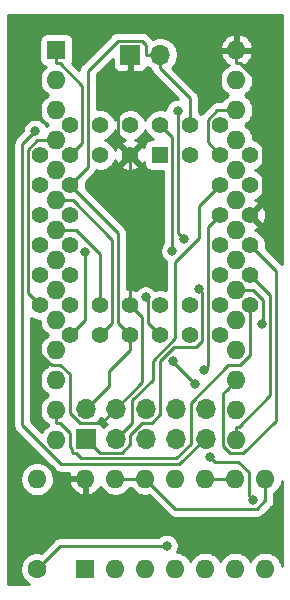
<source format=gtl>
G04 #@! TF.GenerationSoftware,KiCad,Pcbnew,(5.1.9)-1*
G04 #@! TF.CreationDate,2023-07-11T19:38:37+01:00*
G04 #@! TF.ProjectId,ezPLA,657a504c-412e-46b6-9963-61645f706362,v2.0*
G04 #@! TF.SameCoordinates,Original*
G04 #@! TF.FileFunction,Copper,L1,Top*
G04 #@! TF.FilePolarity,Positive*
%FSLAX46Y46*%
G04 Gerber Fmt 4.6, Leading zero omitted, Abs format (unit mm)*
G04 Created by KiCad (PCBNEW (5.1.9)-1) date 2023-07-11 19:38:37*
%MOMM*%
%LPD*%
G01*
G04 APERTURE LIST*
G04 #@! TA.AperFunction,ComponentPad*
%ADD10O,1.600000X1.600000*%
G04 #@! TD*
G04 #@! TA.AperFunction,ComponentPad*
%ADD11R,1.600000X1.600000*%
G04 #@! TD*
G04 #@! TA.AperFunction,ComponentPad*
%ADD12O,1.700000X1.700000*%
G04 #@! TD*
G04 #@! TA.AperFunction,ComponentPad*
%ADD13R,1.700000X1.700000*%
G04 #@! TD*
G04 #@! TA.AperFunction,ComponentPad*
%ADD14C,1.422400*%
G04 #@! TD*
G04 #@! TA.AperFunction,ComponentPad*
%ADD15R,1.422400X1.422400*%
G04 #@! TD*
G04 #@! TA.AperFunction,ComponentPad*
%ADD16C,1.600000*%
G04 #@! TD*
G04 #@! TA.AperFunction,ViaPad*
%ADD17C,0.800000*%
G04 #@! TD*
G04 #@! TA.AperFunction,Conductor*
%ADD18C,0.250000*%
G04 #@! TD*
G04 #@! TA.AperFunction,Conductor*
%ADD19C,0.254000*%
G04 #@! TD*
G04 #@! TA.AperFunction,Conductor*
%ADD20C,0.100000*%
G04 #@! TD*
G04 APERTURE END LIST*
D10*
X155467600Y-102617000D03*
X140227600Y-135637000D03*
X155467600Y-105157000D03*
X140227600Y-133097000D03*
X155467600Y-107697000D03*
X140227600Y-130557000D03*
X155467600Y-110237000D03*
X140227600Y-128017000D03*
X155467600Y-112777000D03*
X140227600Y-125477000D03*
X155467600Y-115317000D03*
X140227600Y-122937000D03*
X155467600Y-117857000D03*
X140227600Y-120397000D03*
X155467600Y-120397000D03*
X140227600Y-117857000D03*
X155467600Y-122937000D03*
X140227600Y-115317000D03*
X155467600Y-125477000D03*
X140227600Y-112777000D03*
X155467600Y-128017000D03*
X140227600Y-110237000D03*
X155467600Y-130557000D03*
X140227600Y-107697000D03*
X155467600Y-133097000D03*
X140227600Y-105157000D03*
X155467600Y-135637000D03*
D11*
X140227600Y-102617000D03*
D12*
X149000000Y-103000000D03*
D13*
X146460000Y-103000000D03*
D14*
X156620000Y-111500000D03*
X156620000Y-114040000D03*
X156620000Y-116580000D03*
X156620000Y-119120000D03*
X156620000Y-121660000D03*
X154080000Y-108960000D03*
X154080000Y-114040000D03*
X154080000Y-116580000D03*
X154080000Y-119120000D03*
X154080000Y-121660000D03*
X154080000Y-124200000D03*
X154080000Y-126740000D03*
X151540000Y-126740000D03*
X149000000Y-126740000D03*
X146460000Y-126740000D03*
X143920000Y-126740000D03*
X141380000Y-126740000D03*
X156620000Y-124200000D03*
X151540000Y-124200000D03*
X149000000Y-124200000D03*
X146460000Y-124200000D03*
X143920000Y-124200000D03*
X141380000Y-124200000D03*
X138840000Y-124200000D03*
X138840000Y-121660000D03*
X138840000Y-119120000D03*
X138840000Y-116580000D03*
X138840000Y-114040000D03*
X138840000Y-111500000D03*
X141380000Y-121660000D03*
X141380000Y-119120000D03*
X141380000Y-116580000D03*
X141380000Y-114040000D03*
X141380000Y-111500000D03*
X151540000Y-108960000D03*
X149000000Y-108960000D03*
X141380000Y-108960000D03*
X143920000Y-108960000D03*
X146460000Y-108960000D03*
X154080000Y-111500000D03*
X151540000Y-111500000D03*
X143920000Y-111500000D03*
X146460000Y-111500000D03*
D15*
X149000000Y-111500000D03*
D13*
X142710000Y-135540000D03*
D12*
X142710000Y-133000000D03*
X145250000Y-135540000D03*
X145250000Y-133000000D03*
X147790000Y-135540000D03*
X147790000Y-133000000D03*
X150330000Y-135540000D03*
X150330000Y-133000000D03*
X152870000Y-135540000D03*
X152870000Y-133000000D03*
D16*
X138575000Y-146575000D03*
D10*
X138575000Y-138955000D03*
D11*
X142675000Y-146525000D03*
D10*
X157915000Y-138905000D03*
X145215000Y-146525000D03*
X155375000Y-138905000D03*
X147755000Y-146525000D03*
X152835000Y-138905000D03*
X150295000Y-146525000D03*
X150295000Y-138905000D03*
X152835000Y-146525000D03*
X147755000Y-138905000D03*
X155375000Y-146525000D03*
X145215000Y-138905000D03*
X157915000Y-146525000D03*
X142675000Y-138905000D03*
D17*
X151975000Y-130925000D03*
X150075000Y-128925000D03*
X153250000Y-137054975D03*
X156899845Y-140724835D03*
X138426800Y-126523700D03*
X138428300Y-109478500D03*
X152293200Y-122882000D03*
X147781700Y-123557800D03*
X150036600Y-119628000D03*
X157609100Y-125800400D03*
X142650000Y-119740500D03*
X152725000Y-129675000D03*
X150487100Y-107774200D03*
X151002700Y-118617400D03*
X149550000Y-144600000D03*
D18*
X149000000Y-103000000D02*
X149000000Y-104175300D01*
X151540000Y-108960000D02*
X151540000Y-106715300D01*
X151540000Y-106715300D02*
X149000000Y-104175300D01*
X141380000Y-114040000D02*
X145415300Y-118075300D01*
X145415300Y-118075300D02*
X145415300Y-125695300D01*
X145415300Y-125695300D02*
X146460000Y-126740000D01*
X147824700Y-103000000D02*
X147824700Y-102192000D01*
X147824700Y-102192000D02*
X147457300Y-101824600D01*
X147457300Y-101824600D02*
X145417500Y-101824600D01*
X145417500Y-101824600D02*
X142873500Y-104368600D01*
X142873500Y-104368600D02*
X142873500Y-112546500D01*
X142873500Y-112546500D02*
X141380000Y-114040000D01*
X149000000Y-103000000D02*
X147824700Y-103000000D01*
X146460000Y-128040000D02*
X146460000Y-126740000D01*
X144675000Y-129825000D02*
X146460000Y-128040000D01*
X144675000Y-131035000D02*
X144675000Y-129825000D01*
X142710000Y-133000000D02*
X144675000Y-131035000D01*
X151975000Y-130925000D02*
X150075000Y-129025000D01*
X150075000Y-129025000D02*
X150075000Y-128925000D01*
X153649999Y-137454974D02*
X155589976Y-137454974D01*
X155589976Y-137454974D02*
X156500001Y-138364999D01*
X153250000Y-137054975D02*
X153649999Y-137454974D01*
X156500001Y-138364999D02*
X156500001Y-140324991D01*
X156500001Y-140324991D02*
X156899845Y-140724835D01*
X145250000Y-133000000D02*
X144033100Y-134216900D01*
X144033100Y-134216900D02*
X142234600Y-134216900D01*
X142234600Y-134216900D02*
X141353000Y-133335300D01*
X141353000Y-133335300D02*
X141353000Y-130084900D01*
X141353000Y-130084900D02*
X140555100Y-129287000D01*
X140555100Y-129287000D02*
X139828700Y-129287000D01*
X139828700Y-129287000D02*
X138426800Y-127885100D01*
X138426800Y-127885100D02*
X138426800Y-126523700D01*
X146460000Y-124200000D02*
X147506900Y-125246900D01*
X147506900Y-125246900D02*
X147506900Y-130743100D01*
X147506900Y-130743100D02*
X145250000Y-133000000D01*
X146460000Y-111500000D02*
X146460000Y-124200000D01*
X146460000Y-104175300D02*
X145418200Y-105217100D01*
X145418200Y-105217100D02*
X145418200Y-110458200D01*
X145418200Y-110458200D02*
X146460000Y-111500000D01*
X155467600Y-102617000D02*
X155467600Y-103742300D01*
X155467600Y-103742300D02*
X155748900Y-103742300D01*
X155748900Y-103742300D02*
X157675600Y-105669000D01*
X157675600Y-105669000D02*
X157675600Y-115524400D01*
X157675600Y-115524400D02*
X156620000Y-116580000D01*
X146460000Y-103000000D02*
X146460000Y-104175300D01*
X137347000Y-110559800D02*
X138428300Y-109478500D01*
X152762632Y-135540000D02*
X150629532Y-137673100D01*
X137347000Y-134370300D02*
X137347000Y-110559800D01*
X152870000Y-135540000D02*
X152762632Y-135540000D01*
X140649800Y-137673100D02*
X137347000Y-134370300D01*
X150629532Y-137673100D02*
X140649800Y-137673100D01*
X146614600Y-134175400D02*
X145250000Y-135540000D01*
X146614600Y-132272300D02*
X146614600Y-134175400D01*
X148374987Y-130511913D02*
X146614600Y-132272300D01*
X148374987Y-128915600D02*
X148374987Y-130511913D01*
X150270000Y-127020587D02*
X148374987Y-128915600D01*
X152311700Y-118545100D02*
X150270000Y-120586800D01*
X150270000Y-120586800D02*
X150270000Y-127020587D01*
X154080000Y-114040000D02*
X152311700Y-115808300D01*
X152311700Y-115808300D02*
X152311700Y-118545100D01*
X142710000Y-135540000D02*
X143890300Y-136720300D01*
X143890300Y-136720300D02*
X145734100Y-136720300D01*
X145734100Y-136720300D02*
X146464500Y-135989900D01*
X146464500Y-135201200D02*
X147490300Y-134175400D01*
X147490300Y-134175400D02*
X148315600Y-134175400D01*
X146464500Y-135989900D02*
X146464500Y-135201200D01*
X148315600Y-134175400D02*
X149024998Y-133466002D01*
X149024998Y-133466002D02*
X149024998Y-128902000D01*
X152576600Y-127236978D02*
X152576600Y-123165400D01*
X152576600Y-123165400D02*
X152293200Y-122882000D01*
X149024998Y-128902000D02*
X150150797Y-127776201D01*
X152037377Y-127776201D02*
X152576600Y-127236978D01*
X150150797Y-127776201D02*
X152037377Y-127776201D01*
X140509000Y-134222300D02*
X140227600Y-134222300D01*
X141352900Y-135066200D02*
X140509000Y-134222300D01*
X140227600Y-134222300D02*
X140227600Y-133097000D01*
X156620000Y-124200000D02*
X156620000Y-128464700D01*
X142305400Y-137171200D02*
X141849201Y-136715001D01*
X156620000Y-128464700D02*
X155797700Y-129287000D01*
X151600000Y-132475000D02*
X151600000Y-135943800D01*
X154788000Y-129287000D02*
X151600000Y-132475000D01*
X155797700Y-129287000D02*
X154788000Y-129287000D01*
X150372600Y-137171200D02*
X142305400Y-137171200D01*
X141849201Y-136715001D02*
X141599999Y-136715001D01*
X151600000Y-135943800D02*
X150372600Y-137171200D01*
X141599999Y-136715001D02*
X141534999Y-136650001D01*
X141534999Y-136650001D02*
X141534999Y-136400799D01*
X141534999Y-136400799D02*
X141352900Y-136218700D01*
X141352900Y-136218700D02*
X141352900Y-135066200D01*
X154080000Y-111500000D02*
X153022400Y-110442400D01*
X153022400Y-110442400D02*
X153022400Y-108525400D01*
X153022400Y-108525400D02*
X153850800Y-107697000D01*
X153850800Y-107697000D02*
X155467600Y-107697000D01*
X149000000Y-126740000D02*
X147963400Y-125703400D01*
X147963400Y-125703400D02*
X147963400Y-123739500D01*
X147963400Y-123739500D02*
X147781700Y-123557800D01*
X149000000Y-108960000D02*
X150036600Y-109996600D01*
X150036600Y-109996600D02*
X150036600Y-119628000D01*
X143920000Y-124200000D02*
X143920000Y-119911700D01*
X143920000Y-119911700D02*
X141865300Y-117857000D01*
X141865300Y-117857000D02*
X140227600Y-117857000D01*
X155467600Y-122937000D02*
X156832900Y-122937000D01*
X156832900Y-122937000D02*
X157705300Y-123809400D01*
X157705300Y-123809400D02*
X157705300Y-125704200D01*
X157705300Y-125704200D02*
X157609100Y-125800400D01*
X140227600Y-115317000D02*
X141592900Y-115317000D01*
X141592900Y-115317000D02*
X144964900Y-118689000D01*
X144964900Y-118689000D02*
X144964900Y-125695100D01*
X144964900Y-125695100D02*
X143920000Y-126740000D01*
X141380000Y-126740000D02*
X142650000Y-125470000D01*
X142650000Y-125470000D02*
X142650000Y-119740500D01*
X153027100Y-129372900D02*
X152725000Y-129675000D01*
X153027100Y-117632900D02*
X153027100Y-129372900D01*
X154080000Y-116580000D02*
X153027100Y-117632900D01*
X138840000Y-124200000D02*
X137802600Y-123162600D01*
X137802600Y-123162600D02*
X137802600Y-111039600D01*
X137802600Y-111039600D02*
X138605200Y-110237000D01*
X138605200Y-110237000D02*
X140227600Y-110237000D01*
X154667601Y-131356999D02*
X155467600Y-130557000D01*
X154342300Y-131682300D02*
X154667601Y-131356999D01*
X154342300Y-136176702D02*
X154342300Y-131682300D01*
X154927599Y-136762001D02*
X154342300Y-136176702D01*
X158788400Y-133981202D02*
X156007601Y-136762001D01*
X156007601Y-136762001D02*
X154927599Y-136762001D01*
X158788400Y-121288400D02*
X158788400Y-133981202D01*
X156620000Y-119120000D02*
X158788400Y-121288400D01*
X151002700Y-118617400D02*
X150487100Y-118101800D01*
X150487100Y-118101800D02*
X150487100Y-107774200D01*
X156620000Y-121660000D02*
X158338000Y-123378000D01*
X158338000Y-123378000D02*
X158338000Y-131845600D01*
X158338000Y-131845600D02*
X155671900Y-134511700D01*
X155671900Y-134511700D02*
X155467600Y-134511700D01*
X155467600Y-135637000D02*
X155467600Y-134511700D01*
X140227600Y-102617000D02*
X140227600Y-103742300D01*
X141380000Y-111500000D02*
X142423000Y-110457000D01*
X142423000Y-110457000D02*
X142423000Y-105656400D01*
X142423000Y-105656400D02*
X140508900Y-103742300D01*
X140508900Y-103742300D02*
X140227600Y-103742300D01*
X138575000Y-146575000D02*
X140550000Y-144600000D01*
X140550000Y-144600000D02*
X149550000Y-144600000D01*
X152835000Y-138905000D02*
X155375000Y-138905000D01*
X145215000Y-138905000D02*
X147755000Y-138905000D01*
X150300000Y-141450000D02*
X147755000Y-138905000D01*
X157915000Y-138905000D02*
X157915000Y-140735000D01*
X157200000Y-141450000D02*
X150300000Y-141450000D01*
X157915000Y-140735000D02*
X157200000Y-141450000D01*
D19*
X159340001Y-120762533D02*
X159328401Y-120748399D01*
X159299404Y-120724602D01*
X157943170Y-119368369D01*
X157966200Y-119252589D01*
X157966200Y-118987411D01*
X157914467Y-118727328D01*
X157812987Y-118482335D01*
X157665662Y-118261847D01*
X157478153Y-118074338D01*
X157257665Y-117927013D01*
X157069400Y-117849031D01*
X157205280Y-117799542D01*
X157308848Y-117744183D01*
X157369668Y-117509273D01*
X156620000Y-116759605D01*
X156605858Y-116773748D01*
X156426253Y-116594143D01*
X156440395Y-116580000D01*
X156799605Y-116580000D01*
X157549273Y-117329668D01*
X157784183Y-117268848D01*
X157896202Y-117028491D01*
X157959176Y-116770898D01*
X157970687Y-116505970D01*
X157930291Y-116243887D01*
X157839542Y-115994720D01*
X157784183Y-115891152D01*
X157549273Y-115830332D01*
X156799605Y-116580000D01*
X156440395Y-116580000D01*
X156426253Y-116565858D01*
X156605858Y-116386253D01*
X156620000Y-116400395D01*
X157369668Y-115650727D01*
X157308848Y-115415817D01*
X157077066Y-115307794D01*
X157257665Y-115232987D01*
X157478153Y-115085662D01*
X157665662Y-114898153D01*
X157812987Y-114677665D01*
X157914467Y-114432672D01*
X157966200Y-114172589D01*
X157966200Y-113907411D01*
X157914467Y-113647328D01*
X157812987Y-113402335D01*
X157665662Y-113181847D01*
X157478153Y-112994338D01*
X157257665Y-112847013D01*
X157071740Y-112770000D01*
X157257665Y-112692987D01*
X157478153Y-112545662D01*
X157665662Y-112358153D01*
X157812987Y-112137665D01*
X157914467Y-111892672D01*
X157966200Y-111632589D01*
X157966200Y-111367411D01*
X157914467Y-111107328D01*
X157812987Y-110862335D01*
X157665662Y-110641847D01*
X157478153Y-110454338D01*
X157257665Y-110307013D01*
X157012672Y-110205533D01*
X156902600Y-110183639D01*
X156902600Y-110095665D01*
X156847453Y-109818426D01*
X156739280Y-109557273D01*
X156582237Y-109322241D01*
X156382359Y-109122363D01*
X156149841Y-108967000D01*
X156382359Y-108811637D01*
X156582237Y-108611759D01*
X156739280Y-108376727D01*
X156847453Y-108115574D01*
X156902600Y-107838335D01*
X156902600Y-107555665D01*
X156847453Y-107278426D01*
X156739280Y-107017273D01*
X156582237Y-106782241D01*
X156382359Y-106582363D01*
X156149841Y-106427000D01*
X156382359Y-106271637D01*
X156582237Y-106071759D01*
X156739280Y-105836727D01*
X156847453Y-105575574D01*
X156902600Y-105298335D01*
X156902600Y-105015665D01*
X156847453Y-104738426D01*
X156739280Y-104477273D01*
X156582237Y-104242241D01*
X156382359Y-104042363D01*
X156147327Y-103885320D01*
X156136735Y-103880933D01*
X156322731Y-103769385D01*
X156531119Y-103580414D01*
X156698637Y-103354420D01*
X156818846Y-103100087D01*
X156859504Y-102966039D01*
X156737515Y-102744000D01*
X155594600Y-102744000D01*
X155594600Y-102764000D01*
X155340600Y-102764000D01*
X155340600Y-102744000D01*
X154197685Y-102744000D01*
X154075696Y-102966039D01*
X154116354Y-103100087D01*
X154236563Y-103354420D01*
X154404081Y-103580414D01*
X154612469Y-103769385D01*
X154798465Y-103880933D01*
X154787873Y-103885320D01*
X154552841Y-104042363D01*
X154352963Y-104242241D01*
X154195920Y-104477273D01*
X154087747Y-104738426D01*
X154032600Y-105015665D01*
X154032600Y-105298335D01*
X154087747Y-105575574D01*
X154195920Y-105836727D01*
X154352963Y-106071759D01*
X154552841Y-106271637D01*
X154785359Y-106427000D01*
X154552841Y-106582363D01*
X154352963Y-106782241D01*
X154249557Y-106937000D01*
X153888133Y-106937000D01*
X153850800Y-106933323D01*
X153813467Y-106937000D01*
X153701814Y-106947997D01*
X153558553Y-106991454D01*
X153426524Y-107062026D01*
X153310799Y-107156999D01*
X153287001Y-107185998D01*
X152511398Y-107961601D01*
X152482400Y-107985399D01*
X152476456Y-107992641D01*
X152398153Y-107914338D01*
X152300000Y-107848754D01*
X152300000Y-106752622D01*
X152303676Y-106715299D01*
X152300000Y-106677976D01*
X152300000Y-106677967D01*
X152289003Y-106566314D01*
X152245546Y-106423053D01*
X152174974Y-106291024D01*
X152151155Y-106262000D01*
X152103799Y-106204296D01*
X152103795Y-106204292D01*
X152080001Y-106175299D01*
X152051008Y-106151505D01*
X149999804Y-104100303D01*
X150153475Y-103946632D01*
X150315990Y-103703411D01*
X150427932Y-103433158D01*
X150485000Y-103146260D01*
X150485000Y-102853740D01*
X150427932Y-102566842D01*
X150315990Y-102296589D01*
X150296862Y-102267961D01*
X154075696Y-102267961D01*
X154197685Y-102490000D01*
X155340600Y-102490000D01*
X155340600Y-101346376D01*
X155594600Y-101346376D01*
X155594600Y-102490000D01*
X156737515Y-102490000D01*
X156859504Y-102267961D01*
X156818846Y-102133913D01*
X156698637Y-101879580D01*
X156531119Y-101653586D01*
X156322731Y-101464615D01*
X156081481Y-101319930D01*
X155816640Y-101225091D01*
X155594600Y-101346376D01*
X155340600Y-101346376D01*
X155118560Y-101225091D01*
X154853719Y-101319930D01*
X154612469Y-101464615D01*
X154404081Y-101653586D01*
X154236563Y-101879580D01*
X154116354Y-102133913D01*
X154075696Y-102267961D01*
X150296862Y-102267961D01*
X150153475Y-102053368D01*
X149946632Y-101846525D01*
X149703411Y-101684010D01*
X149433158Y-101572068D01*
X149146260Y-101515000D01*
X148853740Y-101515000D01*
X148566842Y-101572068D01*
X148367027Y-101654834D01*
X148364701Y-101651999D01*
X148335697Y-101628196D01*
X148021104Y-101313603D01*
X147997301Y-101284599D01*
X147881576Y-101189626D01*
X147749547Y-101119054D01*
X147606286Y-101075597D01*
X147494633Y-101064600D01*
X147494622Y-101064600D01*
X147457300Y-101060924D01*
X147419978Y-101064600D01*
X145454822Y-101064600D01*
X145417499Y-101060924D01*
X145380176Y-101064600D01*
X145380167Y-101064600D01*
X145268514Y-101075597D01*
X145125253Y-101119054D01*
X144993224Y-101189626D01*
X144877499Y-101284599D01*
X144853701Y-101313597D01*
X142362503Y-103804796D01*
X142333499Y-103828599D01*
X142286950Y-103885320D01*
X142238526Y-103944324D01*
X142186123Y-104042363D01*
X142167954Y-104076354D01*
X142124497Y-104219615D01*
X142118805Y-104277404D01*
X141577211Y-103735810D01*
X141617102Y-103661180D01*
X141653412Y-103541482D01*
X141665672Y-103417000D01*
X141665672Y-101817000D01*
X141653412Y-101692518D01*
X141617102Y-101572820D01*
X141558137Y-101462506D01*
X141478785Y-101365815D01*
X141382094Y-101286463D01*
X141271780Y-101227498D01*
X141152082Y-101191188D01*
X141027600Y-101178928D01*
X139427600Y-101178928D01*
X139303118Y-101191188D01*
X139183420Y-101227498D01*
X139073106Y-101286463D01*
X138976415Y-101365815D01*
X138897063Y-101462506D01*
X138838098Y-101572820D01*
X138801788Y-101692518D01*
X138789528Y-101817000D01*
X138789528Y-103417000D01*
X138801788Y-103541482D01*
X138838098Y-103661180D01*
X138897063Y-103771494D01*
X138976415Y-103868185D01*
X139073106Y-103947537D01*
X139183420Y-104006502D01*
X139303118Y-104042812D01*
X139311561Y-104043643D01*
X139112963Y-104242241D01*
X138955920Y-104477273D01*
X138847747Y-104738426D01*
X138792600Y-105015665D01*
X138792600Y-105298335D01*
X138847747Y-105575574D01*
X138955920Y-105836727D01*
X139112963Y-106071759D01*
X139312841Y-106271637D01*
X139545359Y-106427000D01*
X139312841Y-106582363D01*
X139112963Y-106782241D01*
X138955920Y-107017273D01*
X138847747Y-107278426D01*
X138792600Y-107555665D01*
X138792600Y-107838335D01*
X138847747Y-108115574D01*
X138955920Y-108376727D01*
X139112963Y-108611759D01*
X139312841Y-108811637D01*
X139545359Y-108967000D01*
X139381936Y-109076195D01*
X139345505Y-108988244D01*
X139232237Y-108818726D01*
X139088074Y-108674563D01*
X138918556Y-108561295D01*
X138730198Y-108483274D01*
X138530239Y-108443500D01*
X138326361Y-108443500D01*
X138126402Y-108483274D01*
X137938044Y-108561295D01*
X137768526Y-108674563D01*
X137624363Y-108818726D01*
X137511095Y-108988244D01*
X137433074Y-109176602D01*
X137393300Y-109376561D01*
X137393300Y-109438698D01*
X136835998Y-109996001D01*
X136807000Y-110019799D01*
X136783202Y-110048797D01*
X136783201Y-110048798D01*
X136712026Y-110135524D01*
X136641454Y-110267554D01*
X136597998Y-110410815D01*
X136583324Y-110559800D01*
X136587001Y-110597133D01*
X136587000Y-134332978D01*
X136583324Y-134370300D01*
X136587000Y-134407622D01*
X136587000Y-134407632D01*
X136597997Y-134519285D01*
X136636609Y-134646575D01*
X136641454Y-134662546D01*
X136712026Y-134794576D01*
X136746506Y-134836589D01*
X136806999Y-134910301D01*
X136836003Y-134934104D01*
X140086001Y-138184103D01*
X140109799Y-138213101D01*
X140138797Y-138236899D01*
X140225524Y-138308074D01*
X140357553Y-138378646D01*
X140500814Y-138422103D01*
X140649800Y-138436777D01*
X140687133Y-138433100D01*
X141327087Y-138433100D01*
X141283091Y-138555960D01*
X141404376Y-138778000D01*
X142548000Y-138778000D01*
X142548000Y-138758000D01*
X142802000Y-138758000D01*
X142802000Y-138778000D01*
X142822000Y-138778000D01*
X142822000Y-139032000D01*
X142802000Y-139032000D01*
X142802000Y-140174915D01*
X143024039Y-140296904D01*
X143158087Y-140256246D01*
X143412420Y-140136037D01*
X143638414Y-139968519D01*
X143827385Y-139760131D01*
X143938933Y-139574135D01*
X143943320Y-139584727D01*
X144100363Y-139819759D01*
X144300241Y-140019637D01*
X144535273Y-140176680D01*
X144796426Y-140284853D01*
X145073665Y-140340000D01*
X145356335Y-140340000D01*
X145633574Y-140284853D01*
X145894727Y-140176680D01*
X146129759Y-140019637D01*
X146329637Y-139819759D01*
X146433043Y-139665000D01*
X146536957Y-139665000D01*
X146640363Y-139819759D01*
X146840241Y-140019637D01*
X147075273Y-140176680D01*
X147336426Y-140284853D01*
X147613665Y-140340000D01*
X147896335Y-140340000D01*
X148078886Y-140303688D01*
X149736201Y-141961003D01*
X149759999Y-141990001D01*
X149788997Y-142013799D01*
X149875724Y-142084974D01*
X150007753Y-142155546D01*
X150151014Y-142199003D01*
X150300000Y-142213677D01*
X150337333Y-142210000D01*
X157162678Y-142210000D01*
X157200000Y-142213676D01*
X157237322Y-142210000D01*
X157237333Y-142210000D01*
X157348986Y-142199003D01*
X157492247Y-142155546D01*
X157624276Y-142084974D01*
X157740001Y-141990001D01*
X157763803Y-141960998D01*
X158426002Y-141298799D01*
X158455001Y-141275001D01*
X158549974Y-141159276D01*
X158620546Y-141027247D01*
X158664003Y-140883986D01*
X158675000Y-140772333D01*
X158675000Y-140772325D01*
X158678676Y-140735000D01*
X158675000Y-140697675D01*
X158675000Y-140123043D01*
X158829759Y-140019637D01*
X159029637Y-139819759D01*
X159186680Y-139584727D01*
X159294853Y-139323574D01*
X159340000Y-139096607D01*
X159340000Y-146333392D01*
X159294853Y-146106426D01*
X159186680Y-145845273D01*
X159029637Y-145610241D01*
X158829759Y-145410363D01*
X158594727Y-145253320D01*
X158333574Y-145145147D01*
X158056335Y-145090000D01*
X157773665Y-145090000D01*
X157496426Y-145145147D01*
X157235273Y-145253320D01*
X157000241Y-145410363D01*
X156800363Y-145610241D01*
X156645000Y-145842759D01*
X156489637Y-145610241D01*
X156289759Y-145410363D01*
X156054727Y-145253320D01*
X155793574Y-145145147D01*
X155516335Y-145090000D01*
X155233665Y-145090000D01*
X154956426Y-145145147D01*
X154695273Y-145253320D01*
X154460241Y-145410363D01*
X154260363Y-145610241D01*
X154105000Y-145842759D01*
X153949637Y-145610241D01*
X153749759Y-145410363D01*
X153514727Y-145253320D01*
X153253574Y-145145147D01*
X152976335Y-145090000D01*
X152693665Y-145090000D01*
X152416426Y-145145147D01*
X152155273Y-145253320D01*
X151920241Y-145410363D01*
X151720363Y-145610241D01*
X151565000Y-145842759D01*
X151409637Y-145610241D01*
X151209759Y-145410363D01*
X150974727Y-145253320D01*
X150713574Y-145145147D01*
X150463734Y-145095450D01*
X150467205Y-145090256D01*
X150545226Y-144901898D01*
X150585000Y-144701939D01*
X150585000Y-144498061D01*
X150545226Y-144298102D01*
X150467205Y-144109744D01*
X150353937Y-143940226D01*
X150209774Y-143796063D01*
X150040256Y-143682795D01*
X149851898Y-143604774D01*
X149651939Y-143565000D01*
X149448061Y-143565000D01*
X149248102Y-143604774D01*
X149059744Y-143682795D01*
X148890226Y-143796063D01*
X148846289Y-143840000D01*
X140587325Y-143840000D01*
X140550000Y-143836324D01*
X140512675Y-143840000D01*
X140512667Y-143840000D01*
X140401014Y-143850997D01*
X140257753Y-143894454D01*
X140125724Y-143965026D01*
X140009999Y-144059999D01*
X139986201Y-144088997D01*
X138898886Y-145176312D01*
X138716335Y-145140000D01*
X138433665Y-145140000D01*
X138156426Y-145195147D01*
X137895273Y-145303320D01*
X137660241Y-145460363D01*
X137460363Y-145660241D01*
X137303320Y-145895273D01*
X137195147Y-146156426D01*
X137140000Y-146433665D01*
X137140000Y-146716335D01*
X137195147Y-146993574D01*
X137303320Y-147254727D01*
X137460363Y-147489759D01*
X137660241Y-147689637D01*
X137885276Y-147840000D01*
X136160000Y-147840000D01*
X136160000Y-138813665D01*
X137140000Y-138813665D01*
X137140000Y-139096335D01*
X137195147Y-139373574D01*
X137303320Y-139634727D01*
X137460363Y-139869759D01*
X137660241Y-140069637D01*
X137895273Y-140226680D01*
X138156426Y-140334853D01*
X138433665Y-140390000D01*
X138716335Y-140390000D01*
X138993574Y-140334853D01*
X139254727Y-140226680D01*
X139489759Y-140069637D01*
X139689637Y-139869759D01*
X139846680Y-139634727D01*
X139954853Y-139373574D01*
X139978630Y-139254040D01*
X141283091Y-139254040D01*
X141377930Y-139518881D01*
X141522615Y-139760131D01*
X141711586Y-139968519D01*
X141937580Y-140136037D01*
X142191913Y-140256246D01*
X142325961Y-140296904D01*
X142548000Y-140174915D01*
X142548000Y-139032000D01*
X141404376Y-139032000D01*
X141283091Y-139254040D01*
X139978630Y-139254040D01*
X140010000Y-139096335D01*
X140010000Y-138813665D01*
X139954853Y-138536426D01*
X139846680Y-138275273D01*
X139689637Y-138040241D01*
X139489759Y-137840363D01*
X139254727Y-137683320D01*
X138993574Y-137575147D01*
X138716335Y-137520000D01*
X138433665Y-137520000D01*
X138156426Y-137575147D01*
X137895273Y-137683320D01*
X137660241Y-137840363D01*
X137460363Y-138040241D01*
X137303320Y-138275273D01*
X137195147Y-138536426D01*
X137140000Y-138813665D01*
X136160000Y-138813665D01*
X136160000Y-99660000D01*
X159340001Y-99660000D01*
X159340001Y-120762533D01*
G04 #@! TA.AperFunction,Conductor*
D20*
G36*
X159340001Y-120762533D02*
G01*
X159328401Y-120748399D01*
X159299404Y-120724602D01*
X157943170Y-119368369D01*
X157966200Y-119252589D01*
X157966200Y-118987411D01*
X157914467Y-118727328D01*
X157812987Y-118482335D01*
X157665662Y-118261847D01*
X157478153Y-118074338D01*
X157257665Y-117927013D01*
X157069400Y-117849031D01*
X157205280Y-117799542D01*
X157308848Y-117744183D01*
X157369668Y-117509273D01*
X156620000Y-116759605D01*
X156605858Y-116773748D01*
X156426253Y-116594143D01*
X156440395Y-116580000D01*
X156799605Y-116580000D01*
X157549273Y-117329668D01*
X157784183Y-117268848D01*
X157896202Y-117028491D01*
X157959176Y-116770898D01*
X157970687Y-116505970D01*
X157930291Y-116243887D01*
X157839542Y-115994720D01*
X157784183Y-115891152D01*
X157549273Y-115830332D01*
X156799605Y-116580000D01*
X156440395Y-116580000D01*
X156426253Y-116565858D01*
X156605858Y-116386253D01*
X156620000Y-116400395D01*
X157369668Y-115650727D01*
X157308848Y-115415817D01*
X157077066Y-115307794D01*
X157257665Y-115232987D01*
X157478153Y-115085662D01*
X157665662Y-114898153D01*
X157812987Y-114677665D01*
X157914467Y-114432672D01*
X157966200Y-114172589D01*
X157966200Y-113907411D01*
X157914467Y-113647328D01*
X157812987Y-113402335D01*
X157665662Y-113181847D01*
X157478153Y-112994338D01*
X157257665Y-112847013D01*
X157071740Y-112770000D01*
X157257665Y-112692987D01*
X157478153Y-112545662D01*
X157665662Y-112358153D01*
X157812987Y-112137665D01*
X157914467Y-111892672D01*
X157966200Y-111632589D01*
X157966200Y-111367411D01*
X157914467Y-111107328D01*
X157812987Y-110862335D01*
X157665662Y-110641847D01*
X157478153Y-110454338D01*
X157257665Y-110307013D01*
X157012672Y-110205533D01*
X156902600Y-110183639D01*
X156902600Y-110095665D01*
X156847453Y-109818426D01*
X156739280Y-109557273D01*
X156582237Y-109322241D01*
X156382359Y-109122363D01*
X156149841Y-108967000D01*
X156382359Y-108811637D01*
X156582237Y-108611759D01*
X156739280Y-108376727D01*
X156847453Y-108115574D01*
X156902600Y-107838335D01*
X156902600Y-107555665D01*
X156847453Y-107278426D01*
X156739280Y-107017273D01*
X156582237Y-106782241D01*
X156382359Y-106582363D01*
X156149841Y-106427000D01*
X156382359Y-106271637D01*
X156582237Y-106071759D01*
X156739280Y-105836727D01*
X156847453Y-105575574D01*
X156902600Y-105298335D01*
X156902600Y-105015665D01*
X156847453Y-104738426D01*
X156739280Y-104477273D01*
X156582237Y-104242241D01*
X156382359Y-104042363D01*
X156147327Y-103885320D01*
X156136735Y-103880933D01*
X156322731Y-103769385D01*
X156531119Y-103580414D01*
X156698637Y-103354420D01*
X156818846Y-103100087D01*
X156859504Y-102966039D01*
X156737515Y-102744000D01*
X155594600Y-102744000D01*
X155594600Y-102764000D01*
X155340600Y-102764000D01*
X155340600Y-102744000D01*
X154197685Y-102744000D01*
X154075696Y-102966039D01*
X154116354Y-103100087D01*
X154236563Y-103354420D01*
X154404081Y-103580414D01*
X154612469Y-103769385D01*
X154798465Y-103880933D01*
X154787873Y-103885320D01*
X154552841Y-104042363D01*
X154352963Y-104242241D01*
X154195920Y-104477273D01*
X154087747Y-104738426D01*
X154032600Y-105015665D01*
X154032600Y-105298335D01*
X154087747Y-105575574D01*
X154195920Y-105836727D01*
X154352963Y-106071759D01*
X154552841Y-106271637D01*
X154785359Y-106427000D01*
X154552841Y-106582363D01*
X154352963Y-106782241D01*
X154249557Y-106937000D01*
X153888133Y-106937000D01*
X153850800Y-106933323D01*
X153813467Y-106937000D01*
X153701814Y-106947997D01*
X153558553Y-106991454D01*
X153426524Y-107062026D01*
X153310799Y-107156999D01*
X153287001Y-107185998D01*
X152511398Y-107961601D01*
X152482400Y-107985399D01*
X152476456Y-107992641D01*
X152398153Y-107914338D01*
X152300000Y-107848754D01*
X152300000Y-106752622D01*
X152303676Y-106715299D01*
X152300000Y-106677976D01*
X152300000Y-106677967D01*
X152289003Y-106566314D01*
X152245546Y-106423053D01*
X152174974Y-106291024D01*
X152151155Y-106262000D01*
X152103799Y-106204296D01*
X152103795Y-106204292D01*
X152080001Y-106175299D01*
X152051008Y-106151505D01*
X149999804Y-104100303D01*
X150153475Y-103946632D01*
X150315990Y-103703411D01*
X150427932Y-103433158D01*
X150485000Y-103146260D01*
X150485000Y-102853740D01*
X150427932Y-102566842D01*
X150315990Y-102296589D01*
X150296862Y-102267961D01*
X154075696Y-102267961D01*
X154197685Y-102490000D01*
X155340600Y-102490000D01*
X155340600Y-101346376D01*
X155594600Y-101346376D01*
X155594600Y-102490000D01*
X156737515Y-102490000D01*
X156859504Y-102267961D01*
X156818846Y-102133913D01*
X156698637Y-101879580D01*
X156531119Y-101653586D01*
X156322731Y-101464615D01*
X156081481Y-101319930D01*
X155816640Y-101225091D01*
X155594600Y-101346376D01*
X155340600Y-101346376D01*
X155118560Y-101225091D01*
X154853719Y-101319930D01*
X154612469Y-101464615D01*
X154404081Y-101653586D01*
X154236563Y-101879580D01*
X154116354Y-102133913D01*
X154075696Y-102267961D01*
X150296862Y-102267961D01*
X150153475Y-102053368D01*
X149946632Y-101846525D01*
X149703411Y-101684010D01*
X149433158Y-101572068D01*
X149146260Y-101515000D01*
X148853740Y-101515000D01*
X148566842Y-101572068D01*
X148367027Y-101654834D01*
X148364701Y-101651999D01*
X148335697Y-101628196D01*
X148021104Y-101313603D01*
X147997301Y-101284599D01*
X147881576Y-101189626D01*
X147749547Y-101119054D01*
X147606286Y-101075597D01*
X147494633Y-101064600D01*
X147494622Y-101064600D01*
X147457300Y-101060924D01*
X147419978Y-101064600D01*
X145454822Y-101064600D01*
X145417499Y-101060924D01*
X145380176Y-101064600D01*
X145380167Y-101064600D01*
X145268514Y-101075597D01*
X145125253Y-101119054D01*
X144993224Y-101189626D01*
X144877499Y-101284599D01*
X144853701Y-101313597D01*
X142362503Y-103804796D01*
X142333499Y-103828599D01*
X142286950Y-103885320D01*
X142238526Y-103944324D01*
X142186123Y-104042363D01*
X142167954Y-104076354D01*
X142124497Y-104219615D01*
X142118805Y-104277404D01*
X141577211Y-103735810D01*
X141617102Y-103661180D01*
X141653412Y-103541482D01*
X141665672Y-103417000D01*
X141665672Y-101817000D01*
X141653412Y-101692518D01*
X141617102Y-101572820D01*
X141558137Y-101462506D01*
X141478785Y-101365815D01*
X141382094Y-101286463D01*
X141271780Y-101227498D01*
X141152082Y-101191188D01*
X141027600Y-101178928D01*
X139427600Y-101178928D01*
X139303118Y-101191188D01*
X139183420Y-101227498D01*
X139073106Y-101286463D01*
X138976415Y-101365815D01*
X138897063Y-101462506D01*
X138838098Y-101572820D01*
X138801788Y-101692518D01*
X138789528Y-101817000D01*
X138789528Y-103417000D01*
X138801788Y-103541482D01*
X138838098Y-103661180D01*
X138897063Y-103771494D01*
X138976415Y-103868185D01*
X139073106Y-103947537D01*
X139183420Y-104006502D01*
X139303118Y-104042812D01*
X139311561Y-104043643D01*
X139112963Y-104242241D01*
X138955920Y-104477273D01*
X138847747Y-104738426D01*
X138792600Y-105015665D01*
X138792600Y-105298335D01*
X138847747Y-105575574D01*
X138955920Y-105836727D01*
X139112963Y-106071759D01*
X139312841Y-106271637D01*
X139545359Y-106427000D01*
X139312841Y-106582363D01*
X139112963Y-106782241D01*
X138955920Y-107017273D01*
X138847747Y-107278426D01*
X138792600Y-107555665D01*
X138792600Y-107838335D01*
X138847747Y-108115574D01*
X138955920Y-108376727D01*
X139112963Y-108611759D01*
X139312841Y-108811637D01*
X139545359Y-108967000D01*
X139381936Y-109076195D01*
X139345505Y-108988244D01*
X139232237Y-108818726D01*
X139088074Y-108674563D01*
X138918556Y-108561295D01*
X138730198Y-108483274D01*
X138530239Y-108443500D01*
X138326361Y-108443500D01*
X138126402Y-108483274D01*
X137938044Y-108561295D01*
X137768526Y-108674563D01*
X137624363Y-108818726D01*
X137511095Y-108988244D01*
X137433074Y-109176602D01*
X137393300Y-109376561D01*
X137393300Y-109438698D01*
X136835998Y-109996001D01*
X136807000Y-110019799D01*
X136783202Y-110048797D01*
X136783201Y-110048798D01*
X136712026Y-110135524D01*
X136641454Y-110267554D01*
X136597998Y-110410815D01*
X136583324Y-110559800D01*
X136587001Y-110597133D01*
X136587000Y-134332978D01*
X136583324Y-134370300D01*
X136587000Y-134407622D01*
X136587000Y-134407632D01*
X136597997Y-134519285D01*
X136636609Y-134646575D01*
X136641454Y-134662546D01*
X136712026Y-134794576D01*
X136746506Y-134836589D01*
X136806999Y-134910301D01*
X136836003Y-134934104D01*
X140086001Y-138184103D01*
X140109799Y-138213101D01*
X140138797Y-138236899D01*
X140225524Y-138308074D01*
X140357553Y-138378646D01*
X140500814Y-138422103D01*
X140649800Y-138436777D01*
X140687133Y-138433100D01*
X141327087Y-138433100D01*
X141283091Y-138555960D01*
X141404376Y-138778000D01*
X142548000Y-138778000D01*
X142548000Y-138758000D01*
X142802000Y-138758000D01*
X142802000Y-138778000D01*
X142822000Y-138778000D01*
X142822000Y-139032000D01*
X142802000Y-139032000D01*
X142802000Y-140174915D01*
X143024039Y-140296904D01*
X143158087Y-140256246D01*
X143412420Y-140136037D01*
X143638414Y-139968519D01*
X143827385Y-139760131D01*
X143938933Y-139574135D01*
X143943320Y-139584727D01*
X144100363Y-139819759D01*
X144300241Y-140019637D01*
X144535273Y-140176680D01*
X144796426Y-140284853D01*
X145073665Y-140340000D01*
X145356335Y-140340000D01*
X145633574Y-140284853D01*
X145894727Y-140176680D01*
X146129759Y-140019637D01*
X146329637Y-139819759D01*
X146433043Y-139665000D01*
X146536957Y-139665000D01*
X146640363Y-139819759D01*
X146840241Y-140019637D01*
X147075273Y-140176680D01*
X147336426Y-140284853D01*
X147613665Y-140340000D01*
X147896335Y-140340000D01*
X148078886Y-140303688D01*
X149736201Y-141961003D01*
X149759999Y-141990001D01*
X149788997Y-142013799D01*
X149875724Y-142084974D01*
X150007753Y-142155546D01*
X150151014Y-142199003D01*
X150300000Y-142213677D01*
X150337333Y-142210000D01*
X157162678Y-142210000D01*
X157200000Y-142213676D01*
X157237322Y-142210000D01*
X157237333Y-142210000D01*
X157348986Y-142199003D01*
X157492247Y-142155546D01*
X157624276Y-142084974D01*
X157740001Y-141990001D01*
X157763803Y-141960998D01*
X158426002Y-141298799D01*
X158455001Y-141275001D01*
X158549974Y-141159276D01*
X158620546Y-141027247D01*
X158664003Y-140883986D01*
X158675000Y-140772333D01*
X158675000Y-140772325D01*
X158678676Y-140735000D01*
X158675000Y-140697675D01*
X158675000Y-140123043D01*
X158829759Y-140019637D01*
X159029637Y-139819759D01*
X159186680Y-139584727D01*
X159294853Y-139323574D01*
X159340000Y-139096607D01*
X159340000Y-146333392D01*
X159294853Y-146106426D01*
X159186680Y-145845273D01*
X159029637Y-145610241D01*
X158829759Y-145410363D01*
X158594727Y-145253320D01*
X158333574Y-145145147D01*
X158056335Y-145090000D01*
X157773665Y-145090000D01*
X157496426Y-145145147D01*
X157235273Y-145253320D01*
X157000241Y-145410363D01*
X156800363Y-145610241D01*
X156645000Y-145842759D01*
X156489637Y-145610241D01*
X156289759Y-145410363D01*
X156054727Y-145253320D01*
X155793574Y-145145147D01*
X155516335Y-145090000D01*
X155233665Y-145090000D01*
X154956426Y-145145147D01*
X154695273Y-145253320D01*
X154460241Y-145410363D01*
X154260363Y-145610241D01*
X154105000Y-145842759D01*
X153949637Y-145610241D01*
X153749759Y-145410363D01*
X153514727Y-145253320D01*
X153253574Y-145145147D01*
X152976335Y-145090000D01*
X152693665Y-145090000D01*
X152416426Y-145145147D01*
X152155273Y-145253320D01*
X151920241Y-145410363D01*
X151720363Y-145610241D01*
X151565000Y-145842759D01*
X151409637Y-145610241D01*
X151209759Y-145410363D01*
X150974727Y-145253320D01*
X150713574Y-145145147D01*
X150463734Y-145095450D01*
X150467205Y-145090256D01*
X150545226Y-144901898D01*
X150585000Y-144701939D01*
X150585000Y-144498061D01*
X150545226Y-144298102D01*
X150467205Y-144109744D01*
X150353937Y-143940226D01*
X150209774Y-143796063D01*
X150040256Y-143682795D01*
X149851898Y-143604774D01*
X149651939Y-143565000D01*
X149448061Y-143565000D01*
X149248102Y-143604774D01*
X149059744Y-143682795D01*
X148890226Y-143796063D01*
X148846289Y-143840000D01*
X140587325Y-143840000D01*
X140550000Y-143836324D01*
X140512675Y-143840000D01*
X140512667Y-143840000D01*
X140401014Y-143850997D01*
X140257753Y-143894454D01*
X140125724Y-143965026D01*
X140009999Y-144059999D01*
X139986201Y-144088997D01*
X138898886Y-145176312D01*
X138716335Y-145140000D01*
X138433665Y-145140000D01*
X138156426Y-145195147D01*
X137895273Y-145303320D01*
X137660241Y-145460363D01*
X137460363Y-145660241D01*
X137303320Y-145895273D01*
X137195147Y-146156426D01*
X137140000Y-146433665D01*
X137140000Y-146716335D01*
X137195147Y-146993574D01*
X137303320Y-147254727D01*
X137460363Y-147489759D01*
X137660241Y-147689637D01*
X137885276Y-147840000D01*
X136160000Y-147840000D01*
X136160000Y-138813665D01*
X137140000Y-138813665D01*
X137140000Y-139096335D01*
X137195147Y-139373574D01*
X137303320Y-139634727D01*
X137460363Y-139869759D01*
X137660241Y-140069637D01*
X137895273Y-140226680D01*
X138156426Y-140334853D01*
X138433665Y-140390000D01*
X138716335Y-140390000D01*
X138993574Y-140334853D01*
X139254727Y-140226680D01*
X139489759Y-140069637D01*
X139689637Y-139869759D01*
X139846680Y-139634727D01*
X139954853Y-139373574D01*
X139978630Y-139254040D01*
X141283091Y-139254040D01*
X141377930Y-139518881D01*
X141522615Y-139760131D01*
X141711586Y-139968519D01*
X141937580Y-140136037D01*
X142191913Y-140256246D01*
X142325961Y-140296904D01*
X142548000Y-140174915D01*
X142548000Y-139032000D01*
X141404376Y-139032000D01*
X141283091Y-139254040D01*
X139978630Y-139254040D01*
X140010000Y-139096335D01*
X140010000Y-138813665D01*
X139954853Y-138536426D01*
X139846680Y-138275273D01*
X139689637Y-138040241D01*
X139489759Y-137840363D01*
X139254727Y-137683320D01*
X138993574Y-137575147D01*
X138716335Y-137520000D01*
X138433665Y-137520000D01*
X138156426Y-137575147D01*
X137895273Y-137683320D01*
X137660241Y-137840363D01*
X137460363Y-138040241D01*
X137303320Y-138275273D01*
X137195147Y-138536426D01*
X137140000Y-138813665D01*
X136160000Y-138813665D01*
X136160000Y-99660000D01*
X159340001Y-99660000D01*
X159340001Y-120762533D01*
G37*
G04 #@! TD.AperFunction*
D19*
X138202335Y-125392987D02*
X138447328Y-125494467D01*
X138707411Y-125546200D01*
X138792600Y-125546200D01*
X138792600Y-125618335D01*
X138847747Y-125895574D01*
X138955920Y-126156727D01*
X139112963Y-126391759D01*
X139312841Y-126591637D01*
X139545359Y-126747000D01*
X139312841Y-126902363D01*
X139112963Y-127102241D01*
X138955920Y-127337273D01*
X138847747Y-127598426D01*
X138792600Y-127875665D01*
X138792600Y-128158335D01*
X138847747Y-128435574D01*
X138955920Y-128696727D01*
X139112963Y-128931759D01*
X139312841Y-129131637D01*
X139545359Y-129287000D01*
X139312841Y-129442363D01*
X139112963Y-129642241D01*
X138955920Y-129877273D01*
X138847747Y-130138426D01*
X138792600Y-130415665D01*
X138792600Y-130698335D01*
X138847747Y-130975574D01*
X138955920Y-131236727D01*
X139112963Y-131471759D01*
X139312841Y-131671637D01*
X139545359Y-131827000D01*
X139312841Y-131982363D01*
X139112963Y-132182241D01*
X138955920Y-132417273D01*
X138847747Y-132678426D01*
X138792600Y-132955665D01*
X138792600Y-133238335D01*
X138847747Y-133515574D01*
X138955920Y-133776727D01*
X139112963Y-134011759D01*
X139312841Y-134211637D01*
X139473442Y-134318947D01*
X139478597Y-134371286D01*
X139488767Y-134404813D01*
X139312841Y-134522363D01*
X139112963Y-134722241D01*
X138977090Y-134925589D01*
X138107000Y-134055499D01*
X138107000Y-125329286D01*
X138202335Y-125392987D01*
G04 #@! TA.AperFunction,Conductor*
D20*
G36*
X138202335Y-125392987D02*
G01*
X138447328Y-125494467D01*
X138707411Y-125546200D01*
X138792600Y-125546200D01*
X138792600Y-125618335D01*
X138847747Y-125895574D01*
X138955920Y-126156727D01*
X139112963Y-126391759D01*
X139312841Y-126591637D01*
X139545359Y-126747000D01*
X139312841Y-126902363D01*
X139112963Y-127102241D01*
X138955920Y-127337273D01*
X138847747Y-127598426D01*
X138792600Y-127875665D01*
X138792600Y-128158335D01*
X138847747Y-128435574D01*
X138955920Y-128696727D01*
X139112963Y-128931759D01*
X139312841Y-129131637D01*
X139545359Y-129287000D01*
X139312841Y-129442363D01*
X139112963Y-129642241D01*
X138955920Y-129877273D01*
X138847747Y-130138426D01*
X138792600Y-130415665D01*
X138792600Y-130698335D01*
X138847747Y-130975574D01*
X138955920Y-131236727D01*
X139112963Y-131471759D01*
X139312841Y-131671637D01*
X139545359Y-131827000D01*
X139312841Y-131982363D01*
X139112963Y-132182241D01*
X138955920Y-132417273D01*
X138847747Y-132678426D01*
X138792600Y-132955665D01*
X138792600Y-133238335D01*
X138847747Y-133515574D01*
X138955920Y-133776727D01*
X139112963Y-134011759D01*
X139312841Y-134211637D01*
X139473442Y-134318947D01*
X139478597Y-134371286D01*
X139488767Y-134404813D01*
X139312841Y-134522363D01*
X139112963Y-134722241D01*
X138977090Y-134925589D01*
X138107000Y-134055499D01*
X138107000Y-125329286D01*
X138202335Y-125392987D01*
G37*
G04 #@! TD.AperFunction*
D19*
X144054822Y-133881355D02*
X144249731Y-134097588D01*
X144479406Y-134268900D01*
X144303368Y-134386525D01*
X144171513Y-134518380D01*
X144149502Y-134445820D01*
X144090537Y-134335506D01*
X144011185Y-134238815D01*
X143914494Y-134159463D01*
X143804180Y-134100498D01*
X143731620Y-134078487D01*
X143863475Y-133946632D01*
X143985195Y-133764466D01*
X144054822Y-133881355D01*
G04 #@! TA.AperFunction,Conductor*
D20*
G36*
X144054822Y-133881355D02*
G01*
X144249731Y-134097588D01*
X144479406Y-134268900D01*
X144303368Y-134386525D01*
X144171513Y-134518380D01*
X144149502Y-134445820D01*
X144090537Y-134335506D01*
X144011185Y-134238815D01*
X143914494Y-134159463D01*
X143804180Y-134100498D01*
X143731620Y-134078487D01*
X143863475Y-133946632D01*
X143985195Y-133764466D01*
X144054822Y-133881355D01*
G37*
G04 #@! TD.AperFunction*
D19*
X145377000Y-132873000D02*
X145397000Y-132873000D01*
X145397000Y-133127000D01*
X145377000Y-133127000D01*
X145377000Y-133147000D01*
X145123000Y-133147000D01*
X145123000Y-133127000D01*
X145103000Y-133127000D01*
X145103000Y-132873000D01*
X145123000Y-132873000D01*
X145123000Y-132853000D01*
X145377000Y-132853000D01*
X145377000Y-132873000D01*
G04 #@! TA.AperFunction,Conductor*
D20*
G36*
X145377000Y-132873000D02*
G01*
X145397000Y-132873000D01*
X145397000Y-133127000D01*
X145377000Y-133127000D01*
X145377000Y-133147000D01*
X145123000Y-133147000D01*
X145123000Y-133127000D01*
X145103000Y-133127000D01*
X145103000Y-132873000D01*
X145123000Y-132873000D01*
X145123000Y-132853000D01*
X145377000Y-132853000D01*
X145377000Y-132873000D01*
G37*
G04 #@! TD.AperFunction*
D19*
X146653748Y-124185858D02*
X146639605Y-124200000D01*
X146653748Y-124214143D01*
X146474143Y-124393748D01*
X146460000Y-124379605D01*
X146445858Y-124393748D01*
X146266253Y-124214143D01*
X146280395Y-124200000D01*
X146266253Y-124185858D01*
X146445858Y-124006253D01*
X146460000Y-124020395D01*
X146474143Y-124006253D01*
X146653748Y-124185858D01*
G04 #@! TA.AperFunction,Conductor*
D20*
G36*
X146653748Y-124185858D02*
G01*
X146639605Y-124200000D01*
X146653748Y-124214143D01*
X146474143Y-124393748D01*
X146460000Y-124379605D01*
X146445858Y-124393748D01*
X146266253Y-124214143D01*
X146280395Y-124200000D01*
X146266253Y-124185858D01*
X146445858Y-124006253D01*
X146460000Y-124020395D01*
X146474143Y-124006253D01*
X146653748Y-124185858D01*
G37*
G04 #@! TD.AperFunction*
D19*
X147807013Y-109597665D02*
X147954338Y-109818153D01*
X148141847Y-110005662D01*
X148358954Y-110150728D01*
X148288800Y-110150728D01*
X148164318Y-110162988D01*
X148044620Y-110199298D01*
X147934306Y-110258263D01*
X147837615Y-110337615D01*
X147758263Y-110434306D01*
X147699298Y-110544620D01*
X147662988Y-110664318D01*
X147650728Y-110788800D01*
X147650728Y-110860814D01*
X147624183Y-110811152D01*
X147389273Y-110750332D01*
X146639605Y-111500000D01*
X147389273Y-112249668D01*
X147624183Y-112188848D01*
X147650728Y-112131891D01*
X147650728Y-112211200D01*
X147662988Y-112335682D01*
X147699298Y-112455380D01*
X147758263Y-112565694D01*
X147837615Y-112662385D01*
X147934306Y-112741737D01*
X148044620Y-112800702D01*
X148164318Y-112837012D01*
X148288800Y-112849272D01*
X149276600Y-112849272D01*
X149276601Y-118924288D01*
X149232663Y-118968226D01*
X149119395Y-119137744D01*
X149041374Y-119326102D01*
X149001600Y-119526061D01*
X149001600Y-119729939D01*
X149041374Y-119929898D01*
X149119395Y-120118256D01*
X149232663Y-120287774D01*
X149376826Y-120431937D01*
X149512638Y-120522683D01*
X149510000Y-120549468D01*
X149510000Y-120549478D01*
X149506324Y-120586800D01*
X149510000Y-120624123D01*
X149510000Y-122954132D01*
X149392672Y-122905533D01*
X149132589Y-122853800D01*
X148867411Y-122853800D01*
X148607328Y-122905533D01*
X148594268Y-122910943D01*
X148585637Y-122898026D01*
X148441474Y-122753863D01*
X148271956Y-122640595D01*
X148083598Y-122562574D01*
X147883639Y-122522800D01*
X147679761Y-122522800D01*
X147479802Y-122562574D01*
X147291444Y-122640595D01*
X147121926Y-122753863D01*
X146977763Y-122898026D01*
X146948183Y-122942296D01*
X146908491Y-122923798D01*
X146650898Y-122860824D01*
X146385970Y-122849313D01*
X146175300Y-122881784D01*
X146175300Y-118112622D01*
X146178976Y-118075300D01*
X146175300Y-118037977D01*
X146175300Y-118037967D01*
X146164303Y-117926314D01*
X146120846Y-117783053D01*
X146080737Y-117708015D01*
X146050274Y-117651023D01*
X145979099Y-117564297D01*
X145955301Y-117535299D01*
X145926304Y-117511502D01*
X142703170Y-114288369D01*
X142726200Y-114172589D01*
X142726200Y-113907411D01*
X142703170Y-113791631D01*
X143384503Y-113110299D01*
X143413501Y-113086501D01*
X143439832Y-113054417D01*
X143508474Y-112970777D01*
X143579046Y-112838747D01*
X143587678Y-112810291D01*
X143588771Y-112806689D01*
X143787411Y-112846200D01*
X144052589Y-112846200D01*
X144312672Y-112794467D01*
X144557665Y-112692987D01*
X144778153Y-112545662D01*
X144894542Y-112429273D01*
X145710332Y-112429273D01*
X145771152Y-112664183D01*
X146011509Y-112776202D01*
X146269102Y-112839176D01*
X146534030Y-112850687D01*
X146796113Y-112810291D01*
X147045280Y-112719542D01*
X147148848Y-112664183D01*
X147209668Y-112429273D01*
X146460000Y-111679605D01*
X145710332Y-112429273D01*
X144894542Y-112429273D01*
X144965662Y-112358153D01*
X145112987Y-112137665D01*
X145190969Y-111949400D01*
X145240458Y-112085280D01*
X145295817Y-112188848D01*
X145530727Y-112249668D01*
X146280395Y-111500000D01*
X145530727Y-110750332D01*
X145295817Y-110811152D01*
X145187794Y-111042934D01*
X145112987Y-110862335D01*
X144965662Y-110641847D01*
X144778153Y-110454338D01*
X144557665Y-110307013D01*
X144371740Y-110230000D01*
X144557665Y-110152987D01*
X144778153Y-110005662D01*
X144965662Y-109818153D01*
X145112987Y-109597665D01*
X145190000Y-109411740D01*
X145267013Y-109597665D01*
X145414338Y-109818153D01*
X145601847Y-110005662D01*
X145822335Y-110152987D01*
X146010600Y-110230969D01*
X145874720Y-110280458D01*
X145771152Y-110335817D01*
X145710332Y-110570727D01*
X146460000Y-111320395D01*
X147209668Y-110570727D01*
X147148848Y-110335817D01*
X146917066Y-110227794D01*
X147097665Y-110152987D01*
X147318153Y-110005662D01*
X147505662Y-109818153D01*
X147652987Y-109597665D01*
X147730000Y-109411740D01*
X147807013Y-109597665D01*
G04 #@! TA.AperFunction,Conductor*
D20*
G36*
X147807013Y-109597665D02*
G01*
X147954338Y-109818153D01*
X148141847Y-110005662D01*
X148358954Y-110150728D01*
X148288800Y-110150728D01*
X148164318Y-110162988D01*
X148044620Y-110199298D01*
X147934306Y-110258263D01*
X147837615Y-110337615D01*
X147758263Y-110434306D01*
X147699298Y-110544620D01*
X147662988Y-110664318D01*
X147650728Y-110788800D01*
X147650728Y-110860814D01*
X147624183Y-110811152D01*
X147389273Y-110750332D01*
X146639605Y-111500000D01*
X147389273Y-112249668D01*
X147624183Y-112188848D01*
X147650728Y-112131891D01*
X147650728Y-112211200D01*
X147662988Y-112335682D01*
X147699298Y-112455380D01*
X147758263Y-112565694D01*
X147837615Y-112662385D01*
X147934306Y-112741737D01*
X148044620Y-112800702D01*
X148164318Y-112837012D01*
X148288800Y-112849272D01*
X149276600Y-112849272D01*
X149276601Y-118924288D01*
X149232663Y-118968226D01*
X149119395Y-119137744D01*
X149041374Y-119326102D01*
X149001600Y-119526061D01*
X149001600Y-119729939D01*
X149041374Y-119929898D01*
X149119395Y-120118256D01*
X149232663Y-120287774D01*
X149376826Y-120431937D01*
X149512638Y-120522683D01*
X149510000Y-120549468D01*
X149510000Y-120549478D01*
X149506324Y-120586800D01*
X149510000Y-120624123D01*
X149510000Y-122954132D01*
X149392672Y-122905533D01*
X149132589Y-122853800D01*
X148867411Y-122853800D01*
X148607328Y-122905533D01*
X148594268Y-122910943D01*
X148585637Y-122898026D01*
X148441474Y-122753863D01*
X148271956Y-122640595D01*
X148083598Y-122562574D01*
X147883639Y-122522800D01*
X147679761Y-122522800D01*
X147479802Y-122562574D01*
X147291444Y-122640595D01*
X147121926Y-122753863D01*
X146977763Y-122898026D01*
X146948183Y-122942296D01*
X146908491Y-122923798D01*
X146650898Y-122860824D01*
X146385970Y-122849313D01*
X146175300Y-122881784D01*
X146175300Y-118112622D01*
X146178976Y-118075300D01*
X146175300Y-118037977D01*
X146175300Y-118037967D01*
X146164303Y-117926314D01*
X146120846Y-117783053D01*
X146080737Y-117708015D01*
X146050274Y-117651023D01*
X145979099Y-117564297D01*
X145955301Y-117535299D01*
X145926304Y-117511502D01*
X142703170Y-114288369D01*
X142726200Y-114172589D01*
X142726200Y-113907411D01*
X142703170Y-113791631D01*
X143384503Y-113110299D01*
X143413501Y-113086501D01*
X143439832Y-113054417D01*
X143508474Y-112970777D01*
X143579046Y-112838747D01*
X143587678Y-112810291D01*
X143588771Y-112806689D01*
X143787411Y-112846200D01*
X144052589Y-112846200D01*
X144312672Y-112794467D01*
X144557665Y-112692987D01*
X144778153Y-112545662D01*
X144894542Y-112429273D01*
X145710332Y-112429273D01*
X145771152Y-112664183D01*
X146011509Y-112776202D01*
X146269102Y-112839176D01*
X146534030Y-112850687D01*
X146796113Y-112810291D01*
X147045280Y-112719542D01*
X147148848Y-112664183D01*
X147209668Y-112429273D01*
X146460000Y-111679605D01*
X145710332Y-112429273D01*
X144894542Y-112429273D01*
X144965662Y-112358153D01*
X145112987Y-112137665D01*
X145190969Y-111949400D01*
X145240458Y-112085280D01*
X145295817Y-112188848D01*
X145530727Y-112249668D01*
X146280395Y-111500000D01*
X145530727Y-110750332D01*
X145295817Y-110811152D01*
X145187794Y-111042934D01*
X145112987Y-110862335D01*
X144965662Y-110641847D01*
X144778153Y-110454338D01*
X144557665Y-110307013D01*
X144371740Y-110230000D01*
X144557665Y-110152987D01*
X144778153Y-110005662D01*
X144965662Y-109818153D01*
X145112987Y-109597665D01*
X145190000Y-109411740D01*
X145267013Y-109597665D01*
X145414338Y-109818153D01*
X145601847Y-110005662D01*
X145822335Y-110152987D01*
X146010600Y-110230969D01*
X145874720Y-110280458D01*
X145771152Y-110335817D01*
X145710332Y-110570727D01*
X146460000Y-111320395D01*
X147209668Y-110570727D01*
X147148848Y-110335817D01*
X146917066Y-110227794D01*
X147097665Y-110152987D01*
X147318153Y-110005662D01*
X147505662Y-109818153D01*
X147652987Y-109597665D01*
X147730000Y-109411740D01*
X147807013Y-109597665D01*
G37*
G04 #@! TD.AperFunction*
D19*
X139033748Y-121645858D02*
X139019605Y-121660000D01*
X139033748Y-121674143D01*
X138854143Y-121853748D01*
X138840000Y-121839605D01*
X138825858Y-121853748D01*
X138646253Y-121674143D01*
X138660395Y-121660000D01*
X138646253Y-121645858D01*
X138825858Y-121466253D01*
X138840000Y-121480395D01*
X138854143Y-121466253D01*
X139033748Y-121645858D01*
G04 #@! TA.AperFunction,Conductor*
D20*
G36*
X139033748Y-121645858D02*
G01*
X139019605Y-121660000D01*
X139033748Y-121674143D01*
X138854143Y-121853748D01*
X138840000Y-121839605D01*
X138825858Y-121853748D01*
X138646253Y-121674143D01*
X138660395Y-121660000D01*
X138646253Y-121645858D01*
X138825858Y-121466253D01*
X138840000Y-121480395D01*
X138854143Y-121466253D01*
X139033748Y-121645858D01*
G37*
G04 #@! TD.AperFunction*
D19*
X146587000Y-102873000D02*
X146607000Y-102873000D01*
X146607000Y-103127000D01*
X146587000Y-103127000D01*
X146587000Y-104326250D01*
X146745750Y-104485000D01*
X147310000Y-104488072D01*
X147434482Y-104475812D01*
X147554180Y-104439502D01*
X147664494Y-104380537D01*
X147761185Y-104301185D01*
X147840537Y-104204494D01*
X147899502Y-104094180D01*
X147921513Y-104021620D01*
X148053368Y-104153475D01*
X148246912Y-104282797D01*
X148250998Y-104324285D01*
X148294454Y-104467546D01*
X148365026Y-104599576D01*
X148415310Y-104660846D01*
X148460000Y-104715301D01*
X148488998Y-104739099D01*
X150489097Y-106739200D01*
X150385161Y-106739200D01*
X150185202Y-106778974D01*
X149996844Y-106856995D01*
X149827326Y-106970263D01*
X149683163Y-107114426D01*
X149569895Y-107283944D01*
X149491874Y-107472302D01*
X149452100Y-107672261D01*
X149452100Y-107690149D01*
X149392672Y-107665533D01*
X149132589Y-107613800D01*
X148867411Y-107613800D01*
X148607328Y-107665533D01*
X148362335Y-107767013D01*
X148141847Y-107914338D01*
X147954338Y-108101847D01*
X147807013Y-108322335D01*
X147730000Y-108508260D01*
X147652987Y-108322335D01*
X147505662Y-108101847D01*
X147318153Y-107914338D01*
X147097665Y-107767013D01*
X146852672Y-107665533D01*
X146592589Y-107613800D01*
X146327411Y-107613800D01*
X146067328Y-107665533D01*
X145822335Y-107767013D01*
X145601847Y-107914338D01*
X145414338Y-108101847D01*
X145267013Y-108322335D01*
X145190000Y-108508260D01*
X145112987Y-108322335D01*
X144965662Y-108101847D01*
X144778153Y-107914338D01*
X144557665Y-107767013D01*
X144312672Y-107665533D01*
X144052589Y-107613800D01*
X143787411Y-107613800D01*
X143633500Y-107644414D01*
X143633500Y-104683401D01*
X144974693Y-103342209D01*
X144971928Y-103850000D01*
X144984188Y-103974482D01*
X145020498Y-104094180D01*
X145079463Y-104204494D01*
X145158815Y-104301185D01*
X145255506Y-104380537D01*
X145365820Y-104439502D01*
X145485518Y-104475812D01*
X145610000Y-104488072D01*
X146174250Y-104485000D01*
X146333000Y-104326250D01*
X146333000Y-103127000D01*
X146313000Y-103127000D01*
X146313000Y-102873000D01*
X146333000Y-102873000D01*
X146333000Y-102853000D01*
X146587000Y-102853000D01*
X146587000Y-102873000D01*
G04 #@! TA.AperFunction,Conductor*
D20*
G36*
X146587000Y-102873000D02*
G01*
X146607000Y-102873000D01*
X146607000Y-103127000D01*
X146587000Y-103127000D01*
X146587000Y-104326250D01*
X146745750Y-104485000D01*
X147310000Y-104488072D01*
X147434482Y-104475812D01*
X147554180Y-104439502D01*
X147664494Y-104380537D01*
X147761185Y-104301185D01*
X147840537Y-104204494D01*
X147899502Y-104094180D01*
X147921513Y-104021620D01*
X148053368Y-104153475D01*
X148246912Y-104282797D01*
X148250998Y-104324285D01*
X148294454Y-104467546D01*
X148365026Y-104599576D01*
X148415310Y-104660846D01*
X148460000Y-104715301D01*
X148488998Y-104739099D01*
X150489097Y-106739200D01*
X150385161Y-106739200D01*
X150185202Y-106778974D01*
X149996844Y-106856995D01*
X149827326Y-106970263D01*
X149683163Y-107114426D01*
X149569895Y-107283944D01*
X149491874Y-107472302D01*
X149452100Y-107672261D01*
X149452100Y-107690149D01*
X149392672Y-107665533D01*
X149132589Y-107613800D01*
X148867411Y-107613800D01*
X148607328Y-107665533D01*
X148362335Y-107767013D01*
X148141847Y-107914338D01*
X147954338Y-108101847D01*
X147807013Y-108322335D01*
X147730000Y-108508260D01*
X147652987Y-108322335D01*
X147505662Y-108101847D01*
X147318153Y-107914338D01*
X147097665Y-107767013D01*
X146852672Y-107665533D01*
X146592589Y-107613800D01*
X146327411Y-107613800D01*
X146067328Y-107665533D01*
X145822335Y-107767013D01*
X145601847Y-107914338D01*
X145414338Y-108101847D01*
X145267013Y-108322335D01*
X145190000Y-108508260D01*
X145112987Y-108322335D01*
X144965662Y-108101847D01*
X144778153Y-107914338D01*
X144557665Y-107767013D01*
X144312672Y-107665533D01*
X144052589Y-107613800D01*
X143787411Y-107613800D01*
X143633500Y-107644414D01*
X143633500Y-104683401D01*
X144974693Y-103342209D01*
X144971928Y-103850000D01*
X144984188Y-103974482D01*
X145020498Y-104094180D01*
X145079463Y-104204494D01*
X145158815Y-104301185D01*
X145255506Y-104380537D01*
X145365820Y-104439502D01*
X145485518Y-104475812D01*
X145610000Y-104488072D01*
X146174250Y-104485000D01*
X146333000Y-104326250D01*
X146333000Y-103127000D01*
X146313000Y-103127000D01*
X146313000Y-102873000D01*
X146333000Y-102873000D01*
X146333000Y-102853000D01*
X146587000Y-102853000D01*
X146587000Y-102873000D01*
G37*
G04 #@! TD.AperFunction*
M02*

</source>
